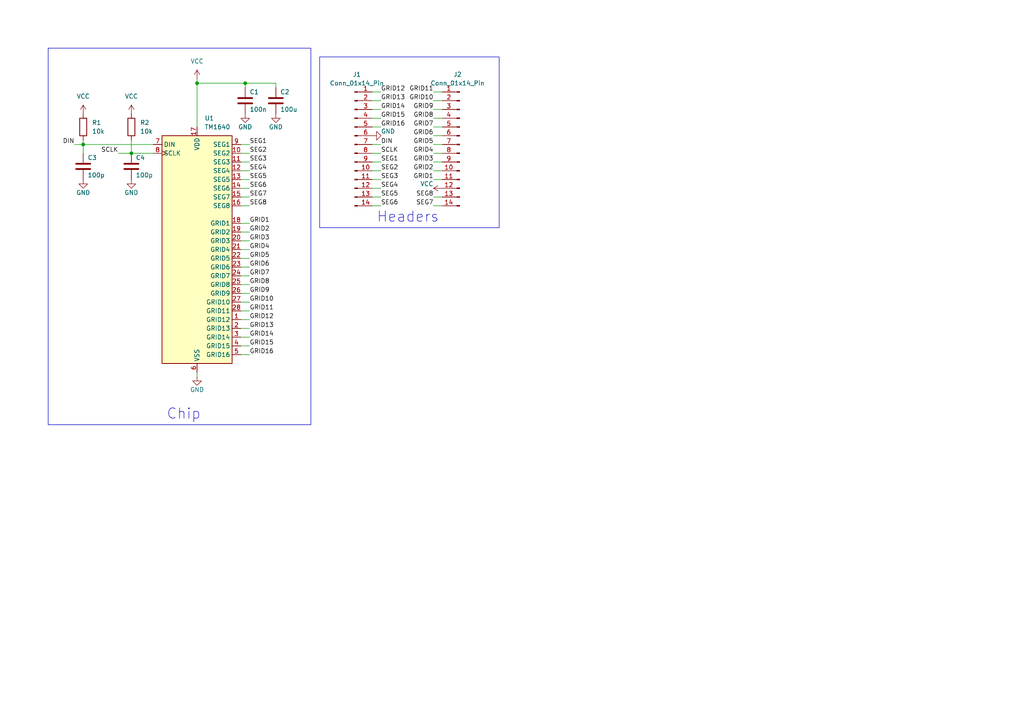
<source format=kicad_sch>
(kicad_sch (version 20230121) (generator eeschema)
  (paper "A4")
  (lib_symbols
    (symbol "Connector:Conn_01x14_Pin" (pin_names (offset 1.016) hide)
      (property "Reference" "J" (at 0 17.78 0))
      (property "Value" "Conn_01x14_Pin" (at 0 -20.32 0))
      (symbol "Conn_01x14_Pin_1_1"
        (polyline (pts (xy 1.27 -17.78) (xy 0.8636 -17.78)) (stroke (width 0.1524)))
        (polyline (pts (xy 1.27 -15.24) (xy 0.8636 -15.24)) (stroke (width 0.1524)))
        (polyline (pts (xy 1.27 -12.7) (xy 0.8636 -12.7)) (stroke (width 0.1524)))
        (polyline (pts (xy 1.27 -10.16) (xy 0.8636 -10.16)) (stroke (width 0.1524)))
        (polyline (pts (xy 1.27 -7.62) (xy 0.8636 -7.62)) (stroke (width 0.1524)))
        (polyline (pts (xy 1.27 -5.08) (xy 0.8636 -5.08)) (stroke (width 0.1524)))
        (polyline (pts (xy 1.27 -2.54) (xy 0.8636 -2.54)) (stroke (width 0.1524)))
        (polyline (pts (xy 1.27 0) (xy 0.8636 0)) (stroke (width 0.1524)))
        (polyline (pts (xy 1.27 2.54) (xy 0.8636 2.54)) (stroke (width 0.1524)))
        (polyline (pts (xy 1.27 5.08) (xy 0.8636 5.08)) (stroke (width 0.1524)))
        (polyline (pts (xy 1.27 7.62) (xy 0.8636 7.62)) (stroke (width 0.1524)))
        (polyline (pts (xy 1.27 10.16) (xy 0.8636 10.16)) (stroke (width 0.1524)))
        (polyline (pts (xy 1.27 12.7) (xy 0.8636 12.7)) (stroke (width 0.1524)))
        (polyline (pts (xy 1.27 15.24) (xy 0.8636 15.24)) (stroke (width 0.1524)))
        (rectangle (start 0.8636 -17.653) (end 0 -17.907) (stroke (width 0.1524)) (fill (type outline)))
        (rectangle (start 0.8636 -15.113) (end 0 -15.367) (stroke (width 0.1524)) (fill (type outline)))
        (rectangle (start 0.8636 -12.573) (end 0 -12.827) (stroke (width 0.1524)) (fill (type outline)))
        (rectangle (start 0.8636 -10.033) (end 0 -10.287) (stroke (width 0.1524)) (fill (type outline)))
        (rectangle (start 0.8636 -7.493) (end 0 -7.747) (stroke (width 0.1524)) (fill (type outline)))
        (rectangle (start 0.8636 -4.953) (end 0 -5.207) (stroke (width 0.1524)) (fill (type outline)))
        (rectangle (start 0.8636 -2.413) (end 0 -2.667) (stroke (width 0.1524)) (fill (type outline)))
        (rectangle (start 0.8636 0.127) (end 0 -0.127) (stroke (width 0.1524)) (fill (type outline)))
        (rectangle (start 0.8636 2.667) (end 0 2.413) (stroke (width 0.1524)) (fill (type outline)))
        (rectangle (start 0.8636 5.207) (end 0 4.953) (stroke (width 0.1524)) (fill (type outline)))
        (rectangle (start 0.8636 7.747) (end 0 7.493) (stroke (width 0.1524)) (fill (type outline)))
        (rectangle (start 0.8636 10.287) (end 0 10.033) (stroke (width 0.1524)) (fill (type outline)))
        (rectangle (start 0.8636 12.827) (end 0 12.573) (stroke (width 0.1524)) (fill (type outline)))
        (rectangle (start 0.8636 15.367) (end 0 15.113) (stroke (width 0.1524)) (fill (type outline)))
        (pin passive line (at 5.08 15.24 180) (length 3.81) (name "Pin_1") (number "1"))
        (pin passive line (at 5.08 -7.62 180) (length 3.81) (name "Pin_10") (number "10"))
        (pin passive line (at 5.08 -10.16 180) (length 3.81) (name "Pin_11") (number "11"))
        (pin passive line (at 5.08 -12.7 180) (length 3.81) (name "Pin_12") (number "12"))
        (pin passive line (at 5.08 -15.24 180) (length 3.81) (name "Pin_13") (number "13"))
        (pin passive line (at 5.08 -17.78 180) (length 3.81) (name "Pin_14") (number "14"))
        (pin passive line (at 5.08 12.7 180) (length 3.81) (name "Pin_2") (number "2"))
        (pin passive line (at 5.08 10.16 180) (length 3.81) (name "Pin_3") (number "3"))
        (pin passive line (at 5.08 7.62 180) (length 3.81) (name "Pin_4") (number "4"))
        (pin passive line (at 5.08 5.08 180) (length 3.81) (name "Pin_5") (number "5"))
        (pin passive line (at 5.08 2.54 180) (length 3.81) (name "Pin_6") (number "6"))
        (pin passive line (at 5.08 0 180) (length 3.81) (name "Pin_7") (number "7"))
        (pin passive line (at 5.08 -2.54 180) (length 3.81) (name "Pin_8") (number "8"))
        (pin passive line (at 5.08 -5.08 180) (length 3.81) (name "Pin_9") (number "9"))
      )
    )
    (symbol "Custom:TM1640"
      (property "Reference" "U" (at -8.89 34.29 0))
      (property "Value" "TM1640" (at 6.35 34.29 0))
      (symbol "TM1640_1_1"
        (rectangle (start -10.16 33.02) (end 10.16 -33.02) (stroke (width 0.254)) (fill (type background)))
        (pin open_collector line (at 12.7 -20.32 180) (length 2.54) (name "GRID12") (number "1"))
        (pin open_emitter line (at 12.7 27.94 180) (length 2.54) (name "SEG2") (number "10"))
        (pin open_emitter line (at 12.7 25.4 180) (length 2.54) (name "SEG3") (number "11"))
        (pin open_emitter line (at 12.7 22.86 180) (length 2.54) (name "SEG4") (number "12"))
        (pin open_emitter line (at 12.7 20.32 180) (length 2.54) (name "SEG5") (number "13"))
        (pin open_emitter line (at 12.7 17.78 180) (length 2.54) (name "SEG6") (number "14"))
        (pin open_emitter line (at 12.7 15.24 180) (length 2.54) (name "SEG7") (number "15"))
        (pin open_emitter line (at 12.7 12.7 180) (length 2.54) (name "SEG8") (number "16"))
        (pin power_in line (at 0 35.56 270) (length 2.54) (name "VDD") (number "17"))
        (pin open_collector line (at 12.7 7.62 180) (length 2.54) (name "GRID1") (number "18"))
        (pin open_collector line (at 12.7 5.08 180) (length 2.54) (name "GRID2") (number "19"))
        (pin open_collector line (at 12.7 -22.86 180) (length 2.54) (name "GRID13") (number "2"))
        (pin open_collector line (at 12.7 2.54 180) (length 2.54) (name "GRID3") (number "20"))
        (pin open_collector line (at 12.7 0 180) (length 2.54) (name "GRID4") (number "21"))
        (pin open_collector line (at 12.7 -2.54 180) (length 2.54) (name "GRID5") (number "22"))
        (pin open_collector line (at 12.7 -5.08 180) (length 2.54) (name "GRID6") (number "23"))
        (pin open_collector line (at 12.7 -7.62 180) (length 2.54) (name "GRID7") (number "24"))
        (pin open_collector line (at 12.7 -10.16 180) (length 2.54) (name "GRID8") (number "25"))
        (pin open_collector line (at 12.7 -12.7 180) (length 2.54) (name "GRID9") (number "26"))
        (pin open_collector line (at 12.7 -15.24 180) (length 2.54) (name "GRID10") (number "27"))
        (pin open_collector line (at 12.7 -17.78 180) (length 2.54) (name "GRID11") (number "28"))
        (pin open_collector line (at 12.7 -25.4 180) (length 2.54) (name "GRID14") (number "3"))
        (pin open_collector line (at 12.7 -27.94 180) (length 2.54) (name "GRID15") (number "4"))
        (pin open_collector line (at 12.7 -30.48 180) (length 2.54) (name "GRID16") (number "5"))
        (pin power_in line (at 0 -35.56 90) (length 2.54) (name "VSS") (number "6"))
        (pin input line (at -12.7 30.48 0) (length 2.54) (name "DIN") (number "7"))
        (pin input clock (at -12.7 27.94 0) (length 2.54) (name "SCLK") (number "8"))
        (pin open_emitter line (at 12.7 30.48 180) (length 2.54) (name "SEG1") (number "9"))
      )
    )
    (symbol "Device:C" (pin_numbers hide) (pin_names (offset 0.254))
      (property "Reference" "C" (at 0.635 2.54 0))
      (property "Value" "C" (at 0.635 -2.54 0))
      (symbol "C_0_1"
        (polyline (pts (xy -2.032 -0.762) (xy 2.032 -0.762)) (stroke (width 0.508)))
        (polyline (pts (xy -2.032 0.762) (xy 2.032 0.762)) (stroke (width 0.508)))
      )
      (symbol "C_1_1"
        (pin passive line (at 0 3.81 270) (length 2.794) (name "~") (number "1"))
        (pin passive line (at 0 -3.81 90) (length 2.794) (name "~") (number "2"))
      )
    )
    (symbol "Device:R" (pin_numbers hide) (pin_names (offset 0))
      (property "Reference" "R" (at 2.032 0 90))
      (property "Value" "R" (at 0 0 90))
      (symbol "R_0_1"
        (rectangle (start -1.016 -2.54) (end 1.016 2.54) (stroke (width 0.254)))
      )
      (symbol "R_1_1"
        (pin passive line (at 0 3.81 270) (length 1.27) (name "~") (number "1"))
        (pin passive line (at 0 -3.81 90) (length 1.27) (name "~") (number "2"))
      )
    )
    (symbol "power:GND" (power) (pin_names (offset 0))
      (property "Value" "GND" (at 0 -3.81 0))
      (symbol "GND_0_1"
        (polyline (pts (xy 0 0) (xy 0 -1.27) (xy 1.27 -1.27) (xy 0 -2.54) (xy -1.27 -1.27) (xy 0 -1.27)))
      )
      (symbol "GND_1_1"
        (pin power_in line (at 0 0 270) (length 0) hide (name "GND") (number "1"))
      )
    )
    (symbol "power:VCC" (power) (pin_names (offset 0))
      (property "Value" "VCC" (at 0 3.81 0))
      (symbol "VCC_0_1"
        (polyline (pts (xy -0.762 1.27) (xy 0 2.54)))
        (polyline (pts (xy 0 0) (xy 0 2.54)))
        (polyline (pts (xy 0 2.54) (xy 0.762 1.27)))
      )
      (symbol "VCC_1_1"
        (pin power_in line (at 0 0 90) (length 0) hide (name "VCC") (number "1"))
      )
    )
  )
  (junction (at 24.13 41.91))
  (junction (at 71.12 24.13))
  (junction (at 38.1 44.45))
  (junction (at 57.15 24.13))
  (wire (pts (xy 110.49 41.91) (xy 107.95 41.91)))
  (wire (pts (xy 72.39 92.71) (xy 69.85 92.71)))
  (wire (pts (xy 72.39 100.33) (xy 69.85 100.33)))
  (wire (pts (xy 72.39 82.55) (xy 69.85 82.55)))
  (wire (pts (xy 110.49 31.75) (xy 107.95 31.75)))
  (wire (pts (xy 57.15 109.22) (xy 57.15 107.95)))
  (wire (pts (xy 72.39 59.69) (xy 69.85 59.69)))
  (wire (pts (xy 57.15 22.86) (xy 57.15 24.13)))
  (wire (pts (xy 125.73 46.99) (xy 128.27 46.99)))
  (wire (pts (xy 125.73 34.29) (xy 128.27 34.29)))
  (wire (pts (xy 110.49 36.83) (xy 107.95 36.83)))
  (wire (pts (xy 38.1 40.64) (xy 38.1 44.45)))
  (wire (pts (xy 110.49 44.45) (xy 107.95 44.45)))
  (wire (pts (xy 57.15 24.13) (xy 57.15 36.83)))
  (wire (pts (xy 72.39 85.09) (xy 69.85 85.09)))
  (wire (pts (xy 72.39 77.47) (xy 69.85 77.47)))
  (wire (pts (xy 72.39 64.77) (xy 69.85 64.77)))
  (wire (pts (xy 24.13 40.64) (xy 24.13 41.91)))
  (wire (pts (xy 110.49 26.67) (xy 107.95 26.67)))
  (wire (pts (xy 57.15 24.13) (xy 71.12 24.13)))
  (wire (pts (xy 125.73 44.45) (xy 128.27 44.45)))
  (wire (pts (xy 72.39 57.15) (xy 69.85 57.15)))
  (wire (pts (xy 110.49 52.07) (xy 107.95 52.07)))
  (wire (pts (xy 125.73 39.37) (xy 128.27 39.37)))
  (wire (pts (xy 72.39 74.93) (xy 69.85 74.93)))
  (wire (pts (xy 110.49 54.61) (xy 107.95 54.61)))
  (wire (pts (xy 72.39 102.87) (xy 69.85 102.87)))
  (wire (pts (xy 21.59 41.91) (xy 24.13 41.91)))
  (wire (pts (xy 110.49 29.21) (xy 107.95 29.21)))
  (wire (pts (xy 72.39 49.53) (xy 69.85 49.53)))
  (wire (pts (xy 110.49 46.99) (xy 107.95 46.99)))
  (wire (pts (xy 110.49 49.53) (xy 107.95 49.53)))
  (wire (pts (xy 71.12 24.13) (xy 71.12 25.4)))
  (wire (pts (xy 72.39 67.31) (xy 69.85 67.31)))
  (wire (pts (xy 125.73 52.07) (xy 128.27 52.07)))
  (wire (pts (xy 125.73 36.83) (xy 128.27 36.83)))
  (wire (pts (xy 125.73 29.21) (xy 128.27 29.21)))
  (wire (pts (xy 125.73 41.91) (xy 128.27 41.91)))
  (wire (pts (xy 72.39 41.91) (xy 69.85 41.91)))
  (wire (pts (xy 72.39 80.01) (xy 69.85 80.01)))
  (wire (pts (xy 110.49 59.69) (xy 107.95 59.69)))
  (wire (pts (xy 24.13 44.45) (xy 24.13 41.91)))
  (wire (pts (xy 72.39 90.17) (xy 69.85 90.17)))
  (wire (pts (xy 72.39 44.45) (xy 69.85 44.45)))
  (wire (pts (xy 80.01 25.4) (xy 80.01 24.13)))
  (wire (pts (xy 80.01 24.13) (xy 71.12 24.13)))
  (wire (pts (xy 125.73 57.15) (xy 128.27 57.15)))
  (wire (pts (xy 72.39 69.85) (xy 69.85 69.85)))
  (wire (pts (xy 72.39 52.07) (xy 69.85 52.07)))
  (wire (pts (xy 24.13 41.91) (xy 44.45 41.91)))
  (wire (pts (xy 38.1 44.45) (xy 44.45 44.45)))
  (wire (pts (xy 72.39 54.61) (xy 69.85 54.61)))
  (wire (pts (xy 125.73 31.75) (xy 128.27 31.75)))
  (wire (pts (xy 125.73 59.69) (xy 128.27 59.69)))
  (wire (pts (xy 72.39 97.79) (xy 69.85 97.79)))
  (wire (pts (xy 72.39 87.63) (xy 69.85 87.63)))
  (wire (pts (xy 110.49 57.15) (xy 107.95 57.15)))
  (wire (pts (xy 125.73 49.53) (xy 128.27 49.53)))
  (wire (pts (xy 34.29 44.45) (xy 38.1 44.45)))
  (wire (pts (xy 72.39 72.39) (xy 69.85 72.39)))
  (wire (pts (xy 125.73 26.67) (xy 128.27 26.67)))
  (wire (pts (xy 72.39 46.99) (xy 69.85 46.99)))
  (wire (pts (xy 110.49 34.29) (xy 107.95 34.29)))
  (wire (pts (xy 72.39 95.25) (xy 69.85 95.25)))
  (rectangle (start 13.97 13.97) (end 90.17 123.19))
  (rectangle (start 92.71 16.51) (end 144.78 66.04))
  (text "Chip" (at 48.26 121.92 0) (effects (font (size 3 3)) (justify left bottom)))
  (text "Headers" (at 109.22 64.77 0) (effects (font (size 3 3)) (justify left bottom)))
  (label "GRID6" (at 125.73 39.37 180))
  (label "GRID11" (at 125.73 26.67 180))
  (label "SEG8" (at 125.73 57.15 180))
  (label "GRID14" (at 72.39 97.79 0))
  (label "GRID15" (at 110.49 34.29 0))
  (label "SEG3" (at 72.39 46.99 0))
  (label "GRID5" (at 72.39 74.93 0))
  (label "DIN" (at 21.59 41.91 180))
  (label "SCLK" (at 110.49 44.45 0))
  (label "SCLK" (at 34.29 44.45 180))
  (label "GRID10" (at 125.73 29.21 180))
  (label "SEG8" (at 72.39 59.69 0))
  (label "GRID16" (at 110.49 36.83 0))
  (label "SEG5" (at 110.49 57.15 0))
  (label "SEG5" (at 72.39 52.07 0))
  (label "SEG6" (at 72.39 54.61 0))
  (label "GRID2" (at 72.39 67.31 0))
  (label "GRID3" (at 125.73 46.99 180))
  (label "GRID6" (at 72.39 77.47 0))
  (label "GRID10" (at 72.39 87.63 0))
  (label "GRID2" (at 125.73 49.53 180))
  (label "GRID9" (at 125.73 31.75 180))
  (label "SEG1" (at 110.49 46.99 0))
  (label "GRID12" (at 72.39 92.71 0))
  (label "GRID14" (at 110.49 31.75 0))
  (label "SEG2" (at 110.49 49.53 0))
  (label "SEG4" (at 110.49 54.61 0))
  (label "GRID8" (at 72.39 82.55 0))
  (label "GRID5" (at 125.73 41.91 180))
  (label "GRID13" (at 72.39 95.25 0))
  (label "GRID11" (at 72.39 90.17 0))
  (label "GRID7" (at 72.39 80.01 0))
  (label "GRID16" (at 72.39 102.87 0))
  (label "GRID15" (at 72.39 100.33 0))
  (label "SEG6" (at 110.49 59.69 0))
  (label "GRID8" (at 125.73 34.29 180))
  (label "GRID12" (at 110.49 26.67 0))
  (label "GRID1" (at 72.39 64.77 0))
  (label "GRID4" (at 72.39 72.39 0))
  (label "GRID13" (at 110.49 29.21 0))
  (label "SEG7" (at 125.73 59.69 180))
  (label "GRID9" (at 72.39 85.09 0))
  (label "SEG1" (at 72.39 41.91 0))
  (label "GRID7" (at 125.73 36.83 180))
  (label "SEG7" (at 72.39 57.15 0))
  (label "GRID1" (at 125.73 52.07 180))
  (label "SEG3" (at 110.49 52.07 0))
  (label "SEG4" (at 72.39 49.53 0))
  (label "GRID3" (at 72.39 69.85 0))
  (label "SEG2" (at 72.39 44.45 0))
  (label "GRID4" (at 125.73 44.45 180))
  (label "DIN" (at 110.49 41.91 0))
  (symbol (lib_id "power:GND") (at 38.1 52.07 0) (unit 1)
    (property "Reference" "#PWR08" (effects hide))
    (property "Value" "GND" (at 38.1 55.88 0))
  )
  (symbol (lib_id "Device:C") (at 80.01 29.21 0) (unit 1)
    (property "Reference" "C2" (at 81.28 26.67 0) (effects (justify left)))
    (property "Value" "100u" (at 81.28 31.75 0) (effects (justify left)))
    (property "Footprint" "Capacitor_SMD:C_0603_1608Metric" (effects hide))
  )
  (symbol (lib_id "power:VCC") (at 38.1 33.02 0) (unit 1)
    (property "Reference" "#PWR03" (effects hide))
    (property "Value" "VCC" (at 38.1 27.94 0))
  )
  (symbol (lib_id "Connector:Conn_01x14_Pin") (at 102.87 41.91 0) (unit 1)
    (property "Reference" "J1" (at 103.505 21.59 0))
    (property "Value" "Conn_01x14_Pin" (at 103.505 24.13 0))
    (property "Footprint" "Connector_PinHeader_2.54mm:PinHeader_1x14_P2.54mm_Vertical" (effects hide))
  )
  (symbol (lib_id "power:GND") (at 57.15 109.22 0) (unit 1)
    (property "Reference" "#PWR010" (effects hide))
    (property "Value" "GND" (at 57.15 113.03 0))
  )
  (symbol (lib_id "Device:C") (at 71.12 29.21 0) (unit 1)
    (property "Reference" "C1" (at 72.39 26.67 0) (effects (justify left)))
    (property "Value" "100n" (at 72.39 31.75 0) (effects (justify left)))
    (property "Footprint" "Capacitor_SMD:C_0402_1005Metric" (effects hide))
  )
  (symbol (lib_id "power:GND") (at 24.13 52.07 0) (unit 1)
    (property "Reference" "#PWR07" (effects hide))
    (property "Value" "GND" (at 24.13 55.88 0))
  )
  (symbol (lib_id "Device:R") (at 24.13 36.83 0) (unit 1)
    (property "Reference" "R1" (at 26.67 35.56 0) (effects (justify left)))
    (property "Value" "10k" (at 26.67 38.1 0) (effects (justify left)))
    (property "Footprint" "Resistor_SMD:R_0402_1005Metric" (effects hide))
  )
  (symbol (lib_id "power:GND") (at 107.95 39.37 90) (unit 1)
    (property "Reference" "#PWR06" (effects hide))
    (property "Value" "GND" (at 110.49 38.1 90) (effects (justify right)))
  )
  (symbol (lib_id "Device:R") (at 38.1 36.83 0) (unit 1)
    (property "Reference" "R2" (at 40.64 35.56 0) (effects (justify left)))
    (property "Value" "10k" (at 40.64 38.1 0) (effects (justify left)))
    (property "Footprint" "Resistor_SMD:R_0402_1005Metric" (effects hide))
  )
  (symbol (lib_id "power:VCC") (at 57.15 22.86 0) (unit 1)
    (property "Reference" "#PWR01" (effects hide))
    (property "Value" "VCC" (at 57.15 17.78 0))
  )
  (symbol (lib_id "Custom:TM1640") (at 57.15 72.39 0) (unit 1)
    (property "Reference" "U1" (at 59.3441 34.29 0) (effects (justify left)))
    (property "Value" "TM1640" (at 59.3441 36.83 0) (effects (justify left)))
    (property "Footprint" "Package_SO:SOIC-28W_7.5x17.9mm_P1.27mm" (effects hide))
    (property "Datasheet" "https://datasheetspdf.com/pdf-file/838954/TitanMicro/TM1640/1" (effects hide))
  )
  (symbol (lib_id "Device:C") (at 38.1 48.26 0) (unit 1)
    (property "Reference" "C4" (at 39.37 45.72 0) (effects (justify left)))
    (property "Value" "100p" (at 39.37 50.8 0) (effects (justify left)))
    (property "Footprint" "Capacitor_SMD:C_0402_1005Metric" (effects hide))
  )
  (symbol (lib_id "power:GND") (at 71.12 33.02 0) (unit 1)
    (property "Reference" "#PWR04" (effects hide))
    (property "Value" "GND" (at 71.12 36.83 0))
  )
  (symbol (lib_id "Connector:Conn_01x14_Pin") (at 133.35 41.91 0) (mirror y) (unit 1)
    (property "Reference" "J2" (at 132.715 21.59 0))
    (property "Value" "Conn_01x14_Pin" (at 132.715 24.13 0))
    (property "Footprint" "Connector_PinHeader_2.54mm:PinHeader_1x14_P2.54mm_Vertical" (effects hide))
  )
  (symbol (lib_id "power:GND") (at 80.01 33.02 0) (unit 1)
    (property "Reference" "#PWR05" (effects hide))
    (property "Value" "GND" (at 80.01 36.83 0))
  )
  (symbol (lib_id "power:VCC") (at 24.13 33.02 0) (unit 1)
    (property "Reference" "#PWR02" (effects hide))
    (property "Value" "VCC" (at 24.13 27.94 0))
  )
  (symbol (lib_id "Device:C") (at 24.13 48.26 0) (unit 1)
    (property "Reference" "C3" (at 25.4 45.72 0) (effects (justify left)))
    (property "Value" "100p" (at 25.4 50.8 0) (effects (justify left)))
    (property "Footprint" "Capacitor_SMD:C_0402_1005Metric" (effects hide))
  )
  (symbol (lib_id "power:VCC") (at 128.27 54.61 90) (unit 1)
    (property "Reference" "#PWR09" (effects hide))
    (property "Value" "VCC" (at 125.73 53.34 90) (effects (justify left)))
  )
)
</source>
